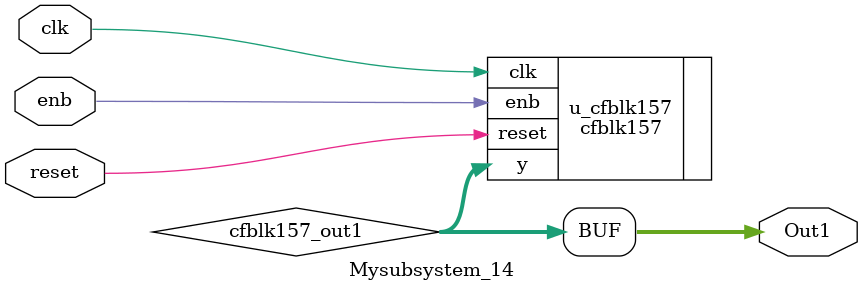
<source format=v>



`timescale 1 ns / 1 ns

module Mysubsystem_14
          (clk,
           reset,
           enb,
           Out1);


  input   clk;
  input   reset;
  input   enb;
  output  [7:0] Out1;  // uint8


  wire [7:0] cfblk157_out1;  // uint8


  cfblk157 u_cfblk157 (.clk(clk),
                       .reset(reset),
                       .enb(enb),
                       .y(cfblk157_out1)  // uint8
                       );

  assign Out1 = cfblk157_out1;

endmodule  // Mysubsystem_14


</source>
